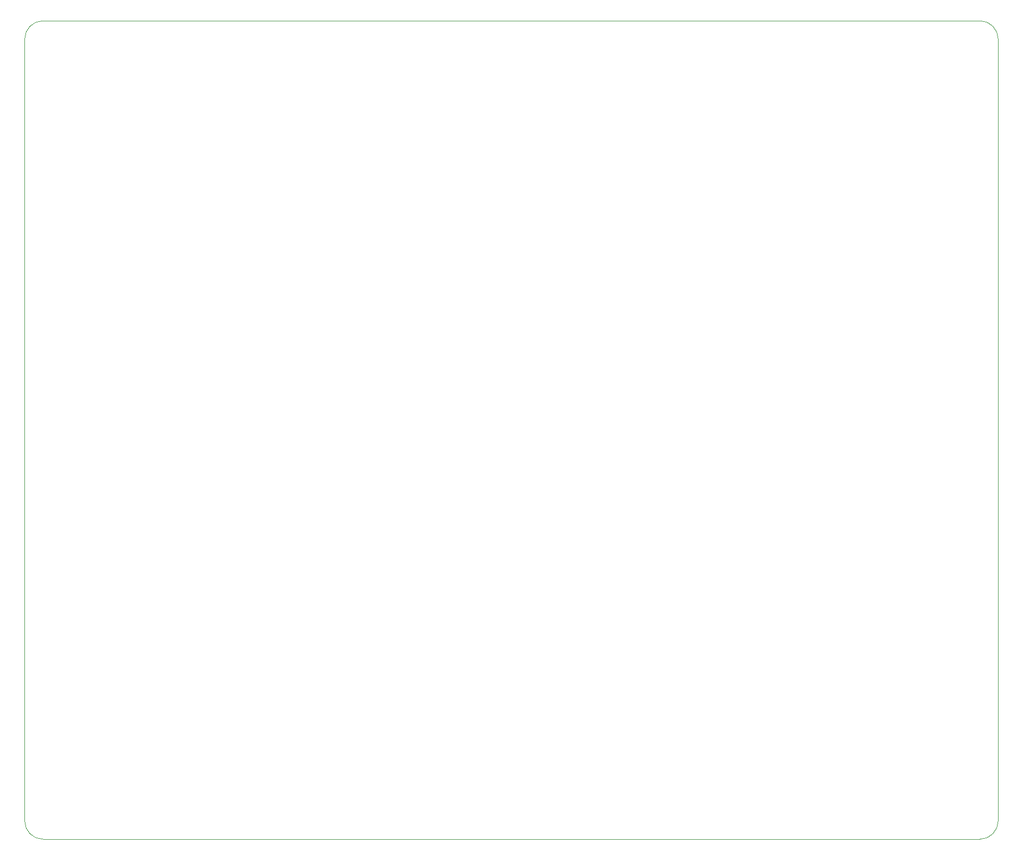
<source format=gbr>
%TF.GenerationSoftware,KiCad,Pcbnew,(6.0.4)*%
%TF.CreationDate,2022-05-22T21:26:51-03:00*%
%TF.ProjectId,G-Code_Keeb,472d436f-6465-45f4-9b65-65622e6b6963,1*%
%TF.SameCoordinates,Original*%
%TF.FileFunction,Profile,NP*%
%FSLAX46Y46*%
G04 Gerber Fmt 4.6, Leading zero omitted, Abs format (unit mm)*
G04 Created by KiCad (PCBNEW (6.0.4)) date 2022-05-22 21:26:51*
%MOMM*%
%LPD*%
G01*
G04 APERTURE LIST*
%TA.AperFunction,Profile*%
%ADD10C,0.100000*%
%TD*%
G04 APERTURE END LIST*
D10*
X177725000Y-31125000D02*
X177725000Y-158475000D01*
X174725000Y-161475000D02*
G75*
G03*
X177725000Y-158475000I0J3000000D01*
G01*
X19075000Y-158475000D02*
X19075000Y-31125000D01*
X22075000Y-28125000D02*
X174725000Y-28125000D01*
X19075000Y-158475000D02*
G75*
G03*
X22075000Y-161475000I3000000J0D01*
G01*
X177725000Y-31125000D02*
G75*
G03*
X174725000Y-28125000I-3000000J0D01*
G01*
X174725000Y-161475000D02*
X22075000Y-161475000D01*
X22075000Y-28125000D02*
G75*
G03*
X19075000Y-31125000I0J-3000000D01*
G01*
M02*

</source>
